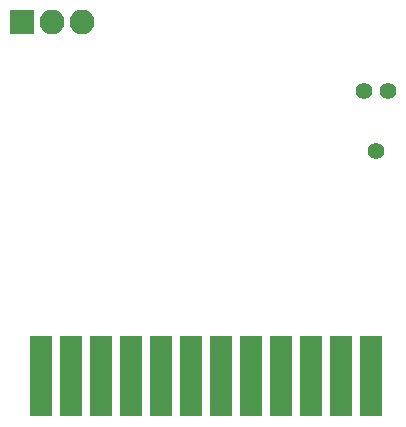
<source format=gbs>
G04 #@! TF.FileFunction,Soldermask,Bot*
%FSLAX46Y46*%
G04 Gerber Fmt 4.6, Leading zero omitted, Abs format (unit mm)*
G04 Created by KiCad (PCBNEW 4.0.7) date 10/01/18 20:06:01*
%MOMM*%
%LPD*%
G01*
G04 APERTURE LIST*
%ADD10C,0.100000*%
%ADD11R,1.924000X6.877000*%
%ADD12C,1.390600*%
%ADD13R,2.100000X2.100000*%
%ADD14O,2.100000X2.100000*%
G04 APERTURE END LIST*
D10*
D11*
X111430000Y-96190000D03*
X113970000Y-96190000D03*
X108890000Y-96190000D03*
X106350000Y-96190000D03*
X103810000Y-96190000D03*
X101270000Y-96190000D03*
X98730000Y-96190000D03*
X96190000Y-96190000D03*
X93650000Y-96190000D03*
X91110000Y-96190000D03*
X88570000Y-96190000D03*
X86030000Y-96190000D03*
D12*
X113384000Y-72060000D03*
X115416000Y-72060000D03*
X114400000Y-77140000D03*
D13*
X84400000Y-66200000D03*
D14*
X86940000Y-66200000D03*
X89480000Y-66200000D03*
M02*

</source>
